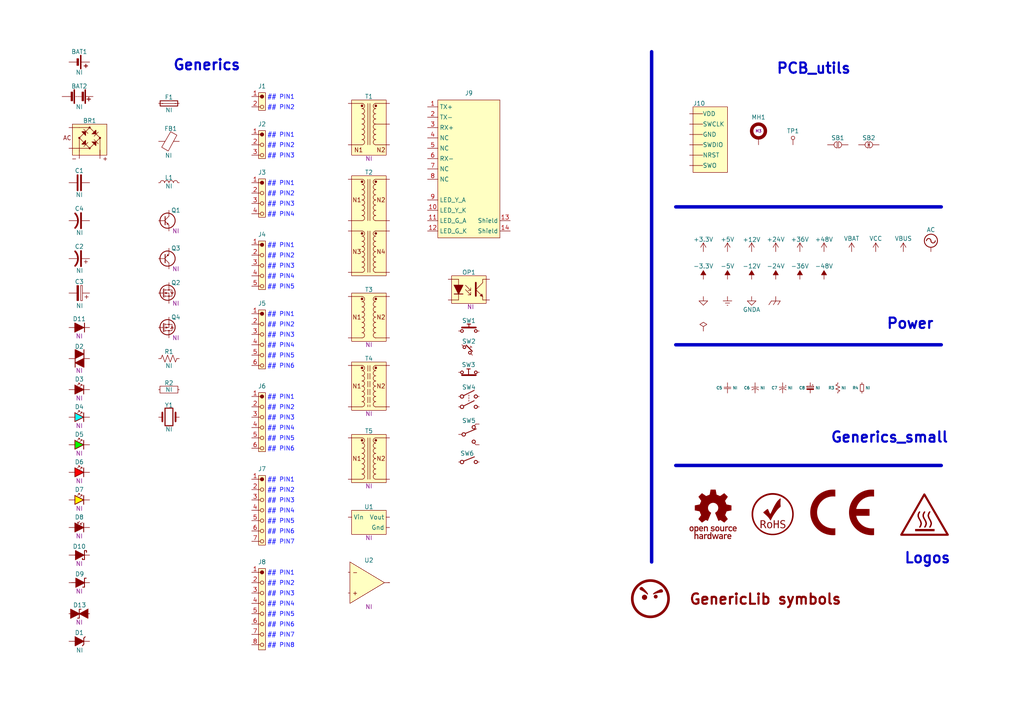
<source format=kicad_sch>
(kicad_sch (version 20231120) (generator "eeschema") (generator_version "8.0")
  (paper "A4")
  (lib_symbols
    (symbol "Generiques:BAT" (pin_numbers hide) (pin_names (offset 0) hide)
      (property "Reference" "BAT" (at 3 3 0))
      (property "Value" "NI" (at 3 -3 0))
      (symbol "BAT_1_1"
        (pin passive line (at 0 0 0) (length 2.2) (name "N") (number "N"))
        (pin passive line (at 6 0 180) (length 2.4) (name "P") (number "P"))
      )
    )
    (symbol "Generiques:BAT_Multicell" (pin_numbers hide) (pin_names (offset 0) hide)
      (property "Reference" "BAT" (at 5 3 0))
      (property "Value" "NI" (at 5 -3 0))
      (symbol "BAT_Multicell_1_1"
        (pin passive line (at 0 0 0) (length 2.54) (name "N") (number "N"))
        (pin passive line (at 9 0 180) (length 2.1) (name "P") (number "P"))
      )
    )
    (symbol "Generiques:BR" (pin_numbers hide) (pin_names hide)
      (property "Reference" "BR" (at 6 2 0))
      (symbol "BR_1_0"
        (pin unspecified line (at 0 0 0) (length 3) (name "AC") (number "1"))
        (pin unspecified line (at 0 -6 0) (length 2.5) (name "AC") (number "2"))
        (pin unspecified line (at 9 -9 90) (length 2.5) (name "DC_P") (number "3"))
        (pin unspecified line (at 3 -8.96 90) (length 2.5) (name "DC_N") (number "4"))
      )
      (symbol "BR_1_1"
        (text "+" (at 10.5 -9 0) (effects (font (size 1.25 1.25))))
        (text "-" (at 1.5 -9 0) (effects (font (size 1.25 1.25))))
        (text "AC" (at -0.5 -3 0) (effects (font (size 1.25 1.25))))
      )
    )
    (symbol "Generiques:C" (pin_numbers hide) (pin_names (offset 0) hide)
      (property "Reference" "C" (at 3 3.5 0))
      (property "Value" "NI" (at 3 -3.5 0))
      (symbol "C_1_1"
        (pin passive line (at 0 0 0) (length 2.5) (name "1") (number "1"))
        (pin passive line (at 6 0 180) (length 2.5) (name "2") (number "2"))
      )
    )
    (symbol "Generiques:C_Polarized" (pin_numbers hide) (pin_names (offset 0) hide)
      (property "Reference" "C" (at 3 3.5 0))
      (property "Value" "NI" (at 3.1 -3.5 0))
      (symbol "C_Polarized_1_1"
        (pin passive line (at 0 0 0) (length 2.7) (name "N") (number "N"))
        (pin passive line (at 6 0 180) (length 2.4) (name "P") (number "P"))
      )
    )
    (symbol "Generiques:C_Polarized_alt" (pin_numbers hide) (pin_names (offset 0) hide)
      (property "Reference" "C" (at 3 3.3 0))
      (property "Value" "NI" (at 3.1 -3.7 0))
      (symbol "C_Polarized_alt_1_1"
        (pin passive line (at 0 0 0) (length 2.2) (name "N") (number "N"))
        (pin passive line (at 6 0 180) (length 2) (name "P") (number "P"))
      )
    )
    (symbol "Generiques:C_alt" (pin_numbers hide) (pin_names (offset 0) hide)
      (property "Reference" "C" (at 3 3.5 0))
      (property "Value" "NI" (at 3.1 -3.5 0))
      (symbol "C_alt_1_1"
        (pin passive line (at 0 0 0) (length 2.7) (name "1") (number "1"))
        (pin passive line (at 6 0 180) (length 2.4) (name "2") (number "2"))
      )
    )
    (symbol "Generiques:D" (pin_numbers hide) (pin_names (offset 0) hide)
      (property "Reference" "D" (at 3 2.5 0))
      (property "Part#" "NI" (at 3 -2.5 0))
      (symbol "D_1_1"
        (pin passive line (at 6 0 180) (length 2.54) (name "K") (number "1"))
        (pin passive line (at 0 0 0) (length 2.54) (name "A") (number "2"))
      )
    )
    (symbol "Generiques:DIAC" (pin_numbers hide) (pin_names (offset 0) hide)
      (property "Reference" "D" (at 3 3.5 0))
      (property "Part#" "NI" (at 3 -3.5 0))
      (symbol "DIAC_1_1"
        (pin passive line (at 0 0 0) (length 1.9) (name "A1") (number "1"))
        (pin passive line (at 6 0 180) (length 1.7) (name "A2") (number "2"))
      )
    )
    (symbol "Generiques:D_LED" (pin_numbers hide) (pin_names (offset 0) hide)
      (property "Reference" "D" (at 3 3 0))
      (property "Part#" "NI" (at 3 -2.5 0))
      (symbol "D_LED_1_1"
        (pin passive line (at 6 0 180) (length 2.54) (name "K") (number "1"))
        (pin passive line (at 0 0 0) (length 2.54) (name "A") (number "2"))
      )
    )
    (symbol "Generiques:D_LED_blue" (pin_numbers hide) (pin_names (offset 0) hide)
      (property "Reference" "D" (at 3 3 0))
      (property "Part#" "NI" (at 3 -2.5 0))
      (symbol "D_LED_blue_1_1"
        (pin passive line (at 6 0 180) (length 1.7) (name "K") (number "1"))
        (pin passive line (at 0 0 0) (length 1.7) (name "A") (number "2"))
      )
    )
    (symbol "Generiques:D_LED_green" (pin_numbers hide) (pin_names (offset 0) hide)
      (property "Reference" "D" (at 3 3 0))
      (property "Part#" "NI" (at 3 -2.5 0))
      (symbol "D_LED_green_1_1"
        (pin passive line (at 6 0 180) (length 1.7) (name "K") (number "1"))
        (pin passive line (at 0 0 0) (length 1.7) (name "A") (number "2"))
      )
    )
    (symbol "Generiques:D_LED_red" (pin_numbers hide) (pin_names (offset 0) hide)
      (property "Reference" "D" (at 3 3 0))
      (property "Part#" "NI" (at 3 -2.5 0))
      (symbol "D_LED_red_1_1"
        (pin passive line (at 6 0 180) (length 1.7) (name "K") (number "1"))
        (pin passive line (at 0 0 0) (length 1.7) (name "A") (number "2"))
      )
    )
    (symbol "Generiques:D_LED_yellow" (pin_numbers hide) (pin_names (offset 0) hide)
      (property "Reference" "D" (at 3 3 0))
      (property "Part#" "NI" (at 3 -2.5 0))
      (symbol "D_LED_yellow_1_1"
        (pin passive line (at 6 0 180) (length 1.7) (name "K") (number "1"))
        (pin passive line (at 0 0 0) (length 1.7) (name "A") (number "2"))
      )
    )
    (symbol "Generiques:D_Photo" (pin_numbers hide) (pin_names (offset 0) hide)
      (property "Reference" "D" (at 3 3 0))
      (property "Part#" "NI" (at 3 -2.5 0))
      (symbol "D_Photo_1_1"
        (pin passive line (at 6 0 180) (length 2.54) (name "K") (number "1"))
        (pin passive line (at 0 0 0) (length 2.54) (name "A") (number "2"))
      )
    )
    (symbol "Generiques:D_Schottky" (pin_numbers hide) (pin_names (offset 0) hide)
      (property "Reference" "D" (at 3 2.5 0))
      (property "Part#" "NI" (at 3 -2.5 0))
      (symbol "D_Schottky_1_1"
        (pin passive line (at 6 0 180) (length 2.6) (name "K") (number "1"))
        (pin passive line (at 0 0 0) (length 2.54) (name "A") (number "2"))
      )
    )
    (symbol "Generiques:D_TVS" (pin_numbers hide) (pin_names (offset 1.016) hide)
      (property "Reference" "D" (at 3.1 2.5 0))
      (property "Part#" "NI" (at 3 -2.5 0))
      (symbol "D_TVS_1_1"
        (pin passive line (at 0 0 0) (length 2.54) (name "A") (number "A"))
        (pin passive line (at 6 0 180) (length 2.54) (name "K") (number "K"))
      )
    )
    (symbol "Generiques:D_TVS_bidir" (pin_numbers hide) (pin_names (offset 1.016) hide)
      (property "Reference" "D" (at 3.1 2.5 0))
      (property "Part#" "NI" (at 3 -2.5 0))
      (symbol "D_TVS_bidir_1_1"
        (pin passive line (at 0 0 0) (length 2.54) (name "A1") (number "1"))
        (pin passive line (at 6 0 180) (length 2.54) (name "A2") (number "2"))
      )
    )
    (symbol "Generiques:D_Zener" (pin_numbers hide) (pin_names (offset 0) hide)
      (property "Reference" "D" (at 3 2.5 0))
      (property "Value" "NI" (at 3.1 -2.6 0))
      (symbol "D_Zener_1_1"
        (pin passive line (at 6 0 180) (length 2.54) (name "K") (number "1"))
        (pin passive line (at 0 0 0) (length 2.54) (name "A") (number "2"))
      )
    )
    (symbol "Generiques:F" (pin_numbers hide) (pin_names (offset 0) hide)
      (property "Reference" "F" (at 3 1.8 0))
      (property "Value" "NI" (at 3 -1.9 0))
      (symbol "F_1_1"
        (pin passive line (at 0 0 0) (length 1.27) (name "1") (number "1"))
        (pin passive line (at 6 0 180) (length 1.27) (name "2") (number "2"))
      )
    )
    (symbol "Generiques:FB" (pin_numbers hide) (pin_names (offset 0) hide)
      (property "Reference" "FB" (at 3.5 3.7 0))
      (property "Value" "NI" (at 2.9 -4.1 0))
      (symbol "FB_1_1"
        (pin passive line (at 6 0 180) (length 1.65) (name "~") (number "1"))
        (pin passive line (at 0 0 0) (length 1.85) (name "~") (number "2"))
      )
    )
    (symbol "Generiques:J_Connector_1x2" (pin_names (offset 0) hide)
      (property "Reference" "J" (at 3 3 0))
      (property "PIN_01" "## PIN1" (at 4.5 0 0))
      (property "PIN_02" "## PIN2" (at 4.5 -3 0))
      (symbol "J_Connector_1x2_1_1"
        (pin passive line (at 0 0 0) (length 2) (name "1") (number "1"))
        (pin passive line (at 0 -3 0) (length 2) (name "2") (number "2"))
      )
    )
    (symbol "Generiques:J_Connector_1x3" (pin_names (offset 0) hide)
      (property "Reference" "J" (at 3 3 0))
      (property "PIN_01" "## PIN1" (at 4.5 0 0))
      (property "PIN_02" "## PIN2" (at 4.5 -3 0))
      (property "PIN_03" "## PIN3" (at 4.5 -6 0))
      (symbol "J_Connector_1x3_1_1"
        (pin passive line (at 0 0 0) (length 2) (name "1") (number "1"))
        (pin passive line (at 0 -3 0) (length 2) (name "2") (number "2"))
        (pin passive line (at 0 -6 0) (length 2) (name "3") (number "3"))
      )
    )
    (symbol "Generiques:J_Connector_1x4" (pin_names (offset 0) hide)
      (property "Reference" "J" (at 3 3 0))
      (property "PIN_01" "## PIN1" (at 4.5 0 0))
      (property "PIN_02" "## PIN2" (at 4.5 -3 0))
      (property "PIN_03" "## PIN3" (at 4.5 -6 0))
      (property "PIN_04" "## PIN4" (at 4.5 -9 0))
      (symbol "J_Connector_1x4_1_1"
        (pin passive line (at 0 0 0) (length 2) (name "1") (number "1"))
        (pin passive line (at 0 -3 0) (length 2) (name "2") (number "2"))
        (pin passive line (at 0 -6 0) (length 2) (name "3") (number "3"))
        (pin passive line (at 0 -9 0) (length 2) (name "4") (number "4"))
      )
    )
    (symbol "Generiques:J_Connector_1x5" (pin_names (offset 0) hide)
      (property "Reference" "J" (at 3 3 0))
      (property "PIN_01" "## PIN1" (at 4.5 0 0))
      (property "PIN_02" "## PIN2" (at 4.5 -3 0))
      (property "PIN_03" "## PIN3" (at 4.5 -6 0))
      (property "PIN_04" "## PIN4" (at 4.5 -9 0))
      (property "PIN_05" "## PIN5" (at 4.5 -12 0))
      (symbol "J_Connector_1x5_1_1"
        (pin passive line (at 0 0 0) (length 2) (name "1") (number "1"))
        (pin passive line (at 0 -3 0) (length 2) (name "2") (number "2"))
        (pin passive line (at 0 -6 0) (length 2) (name "3") (number "3"))
        (pin passive line (at 0 -9 0) (length 2) (name "4") (number "4"))
        (pin passive line (at 0 -12 0) (length 2) (name "5") (number "5"))
      )
    )
    (symbol "Generiques:J_Connector_1x6" (pin_names (offset 0) hide)
      (property "Reference" "J" (at 3 3 0))
      (property "PIN_01" "## PIN1" (at 4.5 0 0))
      (property "PIN_02" "## PIN2" (at 4.5 -3 0))
      (property "PIN_03" "## PIN3" (at 4.5 -6 0))
      (property "PIN_04" "## PIN4" (at 4.5 -9 0))
      (property "PIN_05" "## PIN5" (at 4.5 -12 0))
      (property "PIN_06" "## PIN6" (at 4.5 -15 0))
      (symbol "J_Connector_1x6_1_1"
        (pin passive line (at 0 0 0) (length 2) (name "1") (number "1"))
        (pin passive line (at 0 -3 0) (length 2) (name "2") (number "2"))
        (pin passive line (at 0 -6 0) (length 2) (name "3") (number "3"))
        (pin passive line (at 0 -9 0) (length 2) (name "4") (number "4"))
        (pin passive line (at 0 -12 0) (length 2) (name "5") (number "5"))
        (pin passive line (at 0 -15 0) (length 2) (name "6") (number "6"))
      )
    )
    (symbol "Generiques:J_Connector_1x7" (pin_names (offset 0) hide)
      (property "Reference" "J" (at 3 3 0))
      (property "PIN_01" "## PIN1" (at 4.5 0 0))
      (property "PIN_02" "## PIN2" (at 4.5 -3 0))
      (property "PIN_03" "## PIN3" (at 4.5 -6 0))
      (property "PIN_04" "## PIN4" (at 4.5 -9 0))
      (property "PIN_05" "## PIN5" (at 4.5 -12 0))
      (property "PIN_06" "## PIN6" (at 4.5 -15 0))
      (property "PIN_07" "## PIN7" (at 4.5 -18 0))
      (symbol "J_Connector_1x7_1_1"
        (pin passive line (at 0 0 0) (length 2) (name "1") (number "1"))
        (pin passive line (at 0 -3 0) (length 2) (name "2") (number "2"))
        (pin passive line (at 0 -6 0) (length 2) (name "3") (number "3"))
        (pin passive line (at 0 -9 0) (length 2) (name "4") (number "4"))
        (pin passive line (at 0 -12 0) (length 2) (name "5") (number "5"))
        (pin passive line (at 0 -15 0) (length 2) (name "6") (number "6"))
        (pin passive line (at 0 -18 0) (length 2) (name "7") (number "7"))
      )
    )
    (symbol "Generiques:J_Connector_1x8" (pin_names (offset 0) hide)
      (property "Reference" "J" (at 3 3 0))
      (property "PIN_01" "## PIN1" (at 4.5 0 0))
      (property "PIN_02" "## PIN2" (at 4.5 -3 0))
      (property "PIN_03" "## PIN3" (at 4.5 -6 0))
      (property "PIN_04" "## PIN4" (at 4.5 -9 0))
      (property "PIN_05" "## PIN5" (at 4.5 -12 0))
      (property "PIN_06" "## PIN6" (at 4.5 -15 0))
      (property "PIN_07" "## PIN7" (at 4.5 -18 0))
      (property "PIN_08" "## PIN8" (at 4.5 -21 0))
      (symbol "J_Connector_1x8_1_1"
        (pin passive line (at 0 0 0) (length 2) (name "1") (number "1"))
        (pin passive line (at 0 -3 0) (length 2) (name "2") (number "2"))
        (pin passive line (at 0 -6 0) (length 2) (name "3") (number "3"))
        (pin passive line (at 0 -9 0) (length 2) (name "4") (number "4"))
        (pin passive line (at 0 -12 0) (length 2) (name "5") (number "5"))
        (pin passive line (at 0 -15 0) (length 2) (name "6") (number "6"))
        (pin passive line (at 0 -18 0) (length 2) (name "7") (number "7"))
        (pin passive line (at 0 -21 0) (length 2) (name "8") (number "8"))
      )
    )
    (symbol "Generiques:J_RJ45_w_Leds"
      (property "Reference" "J" (at 12 4 0))
      (symbol "J_RJ45_w_Leds_1_1"
        (pin passive line (at 0 0 0) (length 3) (name "TX+") (number "1"))
        (pin passive line (at 0 -30 0) (length 3) (name "LED_Y_K") (number "10"))
        (pin passive line (at 0 -33 0) (length 3) (name "LED_G_A") (number "11"))
        (pin passive line (at 0 -36 0) (length 3) (name "LED_G_K") (number "12"))
        (pin passive line (at 24 -33 180) (length 3) (name "Shield") (number "13"))
        (pin passive line (at 24 -36 180) (length 3) (name "Shield") (number "14"))
        (pin passive line (at 0 -3 0) (length 3) (name "TX-") (number "2"))
        (pin passive line (at 0 -6 0) (length 3) (name "RX+") (number "3"))
        (pin passive line (at 0 -9 0) (length 3) (name "NC") (number "4"))
        (pin passive line (at 0 -12 0) (length 3) (name "NC") (number "5"))
        (pin passive line (at 0 -15 0) (length 3) (name "RX-") (number "6"))
        (pin passive line (at 0 -18 0) (length 3) (name "NC") (number "7"))
        (pin passive line (at 0 -21 0) (length 3) (name "NC") (number "8"))
        (pin passive line (at 0 -27 0) (length 3) (name "LED_Y_A") (number "9"))
      )
    )
    (symbol "Generiques:L" (pin_numbers hide) (pin_names (offset 0) hide)
      (property "Reference" "L" (at 3 1.5 0))
      (property "Value" "NI" (at 3 -1 0))
      (symbol "L_1_1"
        (pin passive line (at 0 0 0) (length 0.4) (name "1") (number "1"))
        (pin passive line (at 6 0 180) (length 0.4) (name "2") (number "2"))
      )
    )
    (symbol "Generiques:OP" (pin_numbers hide) (pin_names (offset 0) hide)
      (property "Reference" "OP" (at 6 2 0))
      (property "Part#" "NI" (at 6.5 -8 0))
      (symbol "OP_1_1"
        (pin passive line (at 0 0 0) (length 3) (name "A") (number "A"))
        (pin passive line (at 12 0 180) (length 2) (name "C") (number "C"))
        (pin passive line (at 12 -6 180) (length 2) (name "E") (number "E"))
        (pin passive line (at 0 -6 0) (length 3) (name "K") (number "K"))
      )
    )
    (symbol "Generiques:Q_BJT_NPN" (pin_numbers hide) (pin_names (offset 0) hide)
      (property "Reference" "Q" (at 5 3 0))
      (property "Part#" "NI" (at 5 -3 0))
      (symbol "Q_BJT_NPN_1_1"
        (pin input line (at 0 0 0) (length 1.9) (name "B") (number "B"))
        (pin passive line (at 3 3 270) (length 1.7) (name "C") (number "C"))
        (pin passive line (at 3 -3 90) (length 1.7) (name "E") (number "E"))
      )
    )
    (symbol "Generiques:Q_BJT_PNP" (pin_numbers hide) (pin_names (offset 0) hide)
      (property "Reference" "Q" (at 5 3 0))
      (property "Part#" "NI" (at 5 -3 0))
      (symbol "Q_BJT_PNP_1_1"
        (pin input line (at 0 0 0) (length 1.9) (name "B") (number "B"))
        (pin passive line (at 3 -3 90) (length 1.7) (name "C") (number "C"))
        (pin passive line (at 3 3 270) (length 1.7) (name "E") (number "E"))
      )
    )
    (symbol "Generiques:Q_MOSFET_N" (pin_numbers hide) (pin_names (offset 0) hide)
      (property "Reference" "Q" (at 5 3 0))
      (property "Part#" "NI" (at 5 -3 0))
      (symbol "Q_MOSFET_N_1_1"
        (pin passive line (at 3 3 270) (length 2.1) (name "D") (number "D"))
        (pin input line (at 0 0 0) (length 1.4) (name "G") (number "G"))
        (pin passive line (at 3 -3 90) (length 2.1) (name "S") (number "S"))
      )
    )
    (symbol "Generiques:Q_MOSFET_P" (pin_numbers hide) (pin_names (offset 0) hide)
      (property "Reference" "Q" (at 5 3 0))
      (property "Part#" "NI" (at 5 -3 0))
      (symbol "Q_MOSFET_P_1_1"
        (pin passive line (at 3 3 270) (length 2.1) (name "D") (number "D"))
        (pin input line (at 0 0 0) (length 1.4) (name "G") (number "G"))
        (pin passive line (at 3 -3 90) (length 2.1) (name "S") (number "S"))
      )
    )
    (symbol "Generiques:R" (pin_numbers hide) (pin_names (offset 0) hide)
      (property "Reference" "R" (at 3 2 0))
      (property "Value" "NI" (at 3 -2.1 0))
      (symbol "R_1_1"
        (pin passive line (at 0 0 0) (length 0.7) (name "1") (number "1"))
        (pin passive line (at 6 0 180) (length 0.7) (name "1") (number "2"))
      )
    )
    (symbol "Generiques:R_alt" (pin_numbers hide) (pin_names (offset 0) hide)
      (property "Reference" "R" (at 3 1.9 0))
      (property "Value" "NI" (at 3 0 0))
      (symbol "R_alt_1_1"
        (pin passive line (at 0 0 0) (length 0.4) (name "1") (number "1"))
        (pin passive line (at 6 0 180) (length 0.4) (name "1") (number "2"))
      )
    )
    (symbol "Generiques:SW_PushButton" (pin_numbers hide) (pin_names (offset 0) hide)
      (property "Reference" "SW" (at 3 3 0))
      (symbol "SW_PushButton_1_1"
        (pin passive line (at 0 0 0) (length 0.6) (name "1") (number "1"))
        (pin passive line (at 6 0 180) (length 0.6) (name "2") (number "2"))
      )
    )
    (symbol "Generiques:SW_PushButton_45deg" (pin_numbers hide) (pin_names (offset 0) hide)
      (property "Reference" "SW" (at 2 1 0))
      (symbol "SW_PushButton_45deg_0_1"
        (pin passive line (at 0 0 0) (length 0) (name "1") (number "1"))
      )
      (symbol "SW_PushButton_45deg_1_1"
        (pin passive line (at 3 -3 180) (length 0) (name "2") (number "2"))
      )
    )
    (symbol "Generiques:SW_PushButton_Open" (pin_numbers hide) (pin_names (offset 1.016) hide)
      (property "Reference" "SW" (at 2.9 2.2 0))
      (symbol "SW_PushButton_Open_1_1"
        (pin passive line (at 0 0 0) (length 0.6) (name "1") (number "1"))
        (pin passive line (at 6 0 180) (length 0.6) (name "2") (number "2"))
      )
    )
    (symbol "Generiques:SW_Switch_DPST" (pin_numbers hide) (pin_names (offset 0) hide)
      (property "Reference" "SW" (at 3 2.7 0))
      (symbol "SW_Switch_DPST_1_1"
        (pin passive line (at 0 0 0) (length 0.5) (name "A") (number "1"))
        (pin passive line (at 6 0 180) (length 0.5) (name "B") (number "2"))
        (pin passive line (at 0 -3 0) (length 0.5) (name "C") (number "3"))
        (pin passive line (at 6 -3 180) (length 0.5) (name "D") (number "4"))
      )
    )
    (symbol "Generiques:SW_Switch_SPDT" (pin_numbers hide) (pin_names (offset 0) hide)
      (property "Reference" "SW" (at 3 4 0))
      (symbol "SW_Switch_SPDT_1_1"
        (pin passive line (at 6 3 180) (length 1) (name "A") (number "1"))
        (pin passive line (at 0 0 0) (length 1) (name "B") (number "2"))
        (pin passive line (at 6 -3 180) (length 1) (name "C") (number "3"))
      )
    )
    (symbol "Generiques:SW_Switch_SPST" (pin_numbers hide) (pin_names (offset 0) hide)
      (property "Reference" "SW" (at 2.5 2.5 0))
      (symbol "SW_Switch_SPST_1_1"
        (pin passive line (at 0 0 0) (length 0.5) (name "A") (number "1"))
        (pin passive line (at 6 0 180) (length 0.5) (name "B") (number "2"))
      )
    )
    (symbol "Generiques:T_CT_Iron" (pin_numbers hide) (pin_names (offset 0) hide)
      (property "Reference" "T" (at 6 2 0))
      (property "Part#" "NI" (at 6 -16 0))
      (symbol "T_CT_Iron_1_1"
        (text "N1" (at 3 -13.5 0) (effects (font (size 1.25 1.25))))
        (text "N2" (at 9.5 -13.5 0) (effects (font (size 1.25 1.25))))
        (pin passive line (at 0 0 0) (length 1) (name "N1-1") (number "N1-1"))
        (pin passive line (at 0 -12 0) (length 1) (name "N1-2") (number "N1-2"))
        (pin passive line (at 12 0 180) (length 1) (name "N2-1") (number "N2-1"))
        (pin passive line (at 12 -12 180) (length 1) (name "N2-2") (number "N2-2"))
        (pin passive line (at 12 -6 180) (length 1) (name "N2-CT") (number "N2-CT"))
      )
    )
    (symbol "Generiques:T_Dual_Iron" (pin_numbers hide) (pin_names (offset 0) hide)
      (property "Reference" "T" (at 6 2 0))
      (symbol "T_Dual_Iron_1_1"
        (text "N1" (at 2.5 -6 0) (effects (font (size 1.25 1.25))))
        (text "N2" (at 9.5 -6 0) (effects (font (size 1.25 1.25))))
        (text "N3" (at 2.5 -21 0) (effects (font (size 1.25 1.25))))
        (text "N4" (at 9.5 -21 0) (effects (font (size 1.25 1.25))))
        (pin passive line (at 0 0 0) (length 1) (name "N1-1") (number "N1-1"))
        (pin passive line (at 0 -12 0) (length 1) (name "N1-2") (number "N1-2"))
        (pin passive line (at 12 0 180) (length 1) (name "N2-1") (number "N2-1"))
        (pin passive line (at 12 -12 180) (length 1) (name "N2-2") (number "N2-2"))
        (pin passive line (at 0 -15 0) (length 1) (name "N3-1") (number "N3-1"))
        (pin passive line (at 0 -27 0) (length 1) (name "N3-2") (number "N3-2"))
        (pin passive line (at 12 -15 180) (length 1) (name "N4-1") (number "N4-1"))
        (pin passive line (at 12 -27 180) (length 1) (name "N4-2") (number "N4-2"))
      )
    )
    (symbol "Generiques:T_Simple_Air" (pin_numbers hide) (pin_names (offset 0) hide)
      (property "Reference" "T" (at 6 2 0))
      (property "Part#" "NI" (at 6 -14 0))
      (symbol "T_Simple_Air_1_1"
        (text "N1" (at 2.5 -6 0) (effects (font (size 1.25 1.25))))
        (text "N2" (at 9.5 -6 0) (effects (font (size 1.25 1.25))))
        (pin passive line (at 0 0 0) (length 1) (name "N1-1") (number "N1-1"))
        (pin passive line (at 0 -12 0) (length 1) (name "N1-2") (number "N1-2"))
        (pin passive line (at 12 0 180) (length 1) (name "N2-1") (number "N2-1"))
        (pin passive line (at 12 -12 180) (length 1) (name "N2-2") (number "N2-2"))
      )
    )
    (symbol "Generiques:T_Simple_Ferrite" (pin_numbers hide) (pin_names (offset 0) hide)
      (property "Reference" "T" (at 6 2 0))
      (property "Part#" "NI" (at 6 -14 0))
      (symbol "T_Simple_Ferrite_1_1"
        (text "N1" (at 2.5 -6 0) (effects (font (size 1.25 1.25))))
        (text "N2" (at 9.5 -6 0) (effects (font (size 1.25 1.25))))
        (pin passive line (at 0 0 0) (length 1) (name "N1-1") (number "N1-1"))
        (pin passive line (at 0 -12 0) (length 1) (name "N1-2") (number "N1-2"))
        (pin passive line (at 12 0 180) (length 1) (name "N2-1") (number "N2-1"))
        (pin passive line (at 12 -12 180) (length 1) (name "N2-2") (number "N2-2"))
      )
    )
    (symbol "Generiques:T_Simple_Iron" (pin_numbers hide) (pin_names (offset 0) hide)
      (property "Reference" "T" (at 6 2 0))
      (property "Part#" "NI" (at 6 -14 0))
      (symbol "T_Simple_Iron_1_1"
        (text "N1" (at 2.5 -6 0) (effects (font (size 1.25 1.25))))
        (text "N2" (at 9.5 -6 0) (effects (font (size 1.25 1.25))))
        (pin passive line (at 0 0 0) (length 1) (name "N1-1") (number "N1-1"))
        (pin passive line (at 0 -12 0) (length 1) (name "N1-2") (number "N1-2"))
        (pin passive line (at 12 0 180) (length 1) (name "N2-1") (number "N2-1"))
        (pin passive line (at 12 -12 180) (length 1) (name "N2-2") (number "N2-2"))
      )
    )
    (symbol "Generiques:U_LDO_Fixed" (pin_numbers hide)
      (property "Reference" "U" (at 6 3 0))
      (property "Part#" "NI" (at 6 -6 0))
      (symbol "U_LDO_Fixed_1_1"
        (pin passive line (at 12 -3 180) (length 1) (name "Gnd") (number "Gnd"))
        (pin power_in line (at 0 0 0) (length 1) (name "Vin") (number "Vin"))
        (pin power_out line (at 12 0 180) (length 1) (name "Vout") (number "Vout"))
      )
    )
    (symbol "Generiques:U_OPAMP" (pin_numbers hide) (pin_names (offset 0) hide)
      (property "Reference" "U" (at 6 3.5 0))
      (property "Part#" "NI" (at 6 -10 0))
      (symbol "U_OPAMP_1_1"
        (text "+" (at 2 -6 0) (effects (font (size 1.25 1.25))))
        (text "-" (at 2 0 0) (effects (font (size 1.25 1.25))))
        (pin input line (at 0 -6 0) (length 0.5) (name "Vin+") (number "Vin+"))
        (pin input line (at 0 0 0) (length 0.5) (name "Vin-") (number "Vin-"))
        (pin output line (at 12 -3 180) (length 0.5) (name "Vout") (number "Vout"))
      )
    )
    (symbol "Generiques:Y" (pin_numbers hide) (pin_names (offset 0) hide)
      (property "Reference" "Y" (at 3 3.5 0))
      (property "Value" "NI" (at 3 -3.5 0))
      (symbol "Y_1_1"
        (pin passive line (at 0 0 0) (length 1.27) (name "1") (number "1"))
        (pin passive line (at 6 0 180) (length 1.27) (name "2") (number "2"))
      )
    )
    (symbol "Generiques_small:C_" (pin_numbers hide) (pin_names (offset 0) hide)
      (property "Reference" "C" (at -1.5 -1.5 0))
      (property "Value" "NI" (at 1.5 -1.5 0))
      (symbol "C__1_1"
        (pin passive line (at 0 0 270) (length 1.3) (name "1") (number "1"))
        (pin passive line (at 0 -3 90) (length 1.3) (name "1") (number "2"))
      )
    )
    (symbol "Generiques_small:C_Polarized_" (pin_numbers hide) (pin_names (offset 0) hide)
      (property "Reference" "C" (at -1.5 -1.5 0))
      (property "Value" "NI" (at 1.5 -1.5 0))
      (symbol "C_Polarized__1_1"
        (text "+" (at 0.9 -0.8 0) (effects (font (size 0.4 0.4))))
        (pin passive line (at 0 -3 90) (length 1.3) (name "N") (number "N"))
        (pin passive line (at 0 0 270) (length 1.3) (name "P") (number "P"))
      )
    )
    (symbol "Generiques_small:C_Polarized_alt_" (pin_numbers hide) (pin_names (offset 0) hide)
      (property "Reference" "C" (at -1.5 -1.5 0))
      (property "Value" "NI" (at 1.5 -1.5 0))
      (symbol "C_Polarized_alt__1_1"
        (text "+" (at 0.7 -0.6 0) (effects (font (size 0.4 0.4))))
        (pin passive line (at 0 -3 90) (length 1.1) (name "N") (number "N"))
        (pin passive line (at 0 0 270) (length 1) (name "P") (number "P"))
      )
    )
    (symbol "Generiques_small:C_alt_" (pin_numbers hide) (pin_names (offset 0) hide)
      (property "Reference" "C" (at -1.5 -1.5 0))
      (property "Value" "NI" (at 1.5 -1.5 0))
      (symbol "C_alt__1_1"
        (pin passive line (at 0 0 270) (length 1.3) (name "1") (number "1"))
        (pin passive line (at 0 -3 90) (length 1.3) (name "2") (number "2"))
      )
    )
    (symbol "Generiques_small:R_" (pin_numbers hide) (pin_names (offset 0) hide)
      (property "Reference" "R" (at -1 -1.5 0))
      (property "Value" "NI" (at 1 -1.5 0))
      (symbol "R__1_1"
        (pin passive line (at 0 0 270) (length 0) (name "1") (number "1"))
        (pin passive line (at 0 -3 90) (length 0) (name "1") (number "2"))
      )
    )
    (symbol "Generiques_small:R_alt_" (pin_numbers hide) (pin_names (offset 0) hide)
      (property "Reference" "R" (at -1 -1.5 0))
      (property "Value" "NI" (at 1 -1.5 0))
      (symbol "R_alt__1_1"
        (pin passive line (at 0 0 270) (length 0) (name "1") (number "1"))
        (pin passive line (at 0 -3 90) (length 0) (name "1") (number "2"))
      )
    )
    (symbol "Logos:Logo_CE" (pin_numbers hide) (pin_names (offset 0) hide) (in_bom no))
    (symbol "Logos:Logo_ISO_7010_W017" (pin_numbers hide) (pin_names (offset 0) hide) (in_bom no))
    (symbol "Logos:Logo_OpenHW" (pin_numbers hide) (pin_names (offset 0) hide) (in_bom no))
    (symbol "Logos:Logo_RoHS" (pin_numbers hide) (pin_names (offset 0) hide) (in_bom no))
    (symbol "Logos:Rancune")
    (symbol "PCB_Utils:J_SWD" (pin_numbers hide) (pin_names (offset 0.002))
      (property "Reference" "J" (at 1 3 0))
      (symbol "J_SWD_1_1"
        (pin passive line (at 0 0 0) (length 3.8) (name "VDD") (number "1"))
        (pin passive line (at 0 -3 0) (length 3.8) (name "SWCLK") (number "2"))
        (pin passive line (at 0 -6 0) (length 3.8) (name "GND") (number "3"))
        (pin passive line (at 0.01 -9 0) (length 3.8) (name "SWDIO") (number "4"))
        (pin passive line (at 0 -12 0) (length 3.8) (name "NRST") (number "5"))
        (pin passive line (at 0 -15 0) (length 3.8) (name "SWO") (number "6"))
      )
    )
    (symbol "PCB_Utils:MH_M3" (pin_numbers hide) (pin_names (offset 0) hide) (in_bom no)
      (property "Reference" "MH" (at 0 8 0))
      (property "Screw_size" "M3" (at 0 4 0))
      (symbol "MH_M3_1_1"
        (pin input line (at 0 0 90) (length 2) (name "1") (number "1"))
      )
    )
    (symbol "PCB_Utils:SB_Closed" (pin_numbers hide) (pin_names (offset 0) hide) (in_bom no)
      (property "Reference" "SB" (at 3 2 0))
      (symbol "SB_Closed_1_1"
        (pin passive line (at 0 0 0) (length 1.9) (name "1") (number "1"))
        (pin passive line (at 6 0 180) (length 1.9) (name "2") (number "2"))
      )
    )
    (symbol "PCB_Utils:SB_Open" (pin_numbers hide) (pin_names (offset 0) hide) (in_bom no)
      (property "Reference" "SB" (at 3 2 0))
      (symbol "SB_Open_1_1"
        (pin passive line (at 0 0 0) (length 1.9) (name "1") (number "1"))
        (pin passive line (at 6 0 180) (length 1.9) (name "2") (number "2"))
      )
    )
    (symbol "PCB_Utils:TP" (pin_numbers hide) (pin_names (offset 0) hide) (in_bom no)
      (property "Reference" "TP" (at 0 4 0))
      (symbol "TP_1_1"
        (pin input line (at 0 0 90) (length 1.5) (name "1") (number "1"))
      )
    )
    (symbol "Power:+12V" (power) (pin_numbers hide) (pin_names (offset 0) hide)
      (property "Value" "+12V" (at 0 3.5 0))
      (symbol "+12V_1_1"
        (pin power_in line (at 0 0 90) (length 0) hide (name "+12V") (number "1"))
      )
    )
    (symbol "Power:+24V" (power) (pin_numbers hide) (pin_names (offset 0) hide)
      (property "Value" "+24V" (at 0 3.556 0))
      (symbol "+24V_1_1"
        (pin power_in line (at 0 0 90) (length 0) hide (name "+24V") (number "1"))
      )
    )
    (symbol "Power:+3.3V" (power) (pin_numbers hide) (pin_names (offset 0) hide)
      (property "Value" "+3.3V" (at 0 3.556 0))
      (symbol "+3.3V_1_1"
        (pin power_in line (at 0 0 90) (length 0) hide (name "+3.3V") (number "1"))
      )
    )
    (symbol "Power:+36V" (power) (pin_numbers hide) (pin_names (offset 0) hide)
      (property "Value" "+36V" (at 0 3.556 0))
      (symbol "+36V_1_1"
        (pin power_in line (at 0 0 90) (length 0) hide (name "+36V") (number "1"))
      )
    )
    (symbol "Power:+48V" (power) (pin_numbers hide) (pin_names (offset 0) hide)
      (property "Value" "+48V" (at 0 3.556 0))
      (symbol "+48V_1_1"
        (pin power_in line (at 0 0 90) (length 0) hide (name "+48V") (number "1"))
      )
    )
    (symbol "Power:+5V" (power) (pin_numbers hide) (pin_names (offset 0) hide)
      (property "Value" "+5V" (at 0 3.556 0))
      (symbol "+5V_1_1"
        (pin power_in line (at 0 0 90) (length 0) hide (name "+5V") (number "1"))
      )
    )
    (symbol "Power:-12V" (power) (pin_numbers hide) (pin_names (offset 0) hide)
      (property "Value" "-12V" (at 0 3.81 0))
      (symbol "-12V_1_0"
        (pin power_in line (at 0 0 90) (length 0) hide (name "-12V") (number "1"))
      )
    )
    (symbol "Power:-24V" (power) (pin_numbers hide) (pin_names (offset 0) hide)
      (property "Value" "-24V" (at 0 3.81 0))
      (symbol "-24V_1_0"
        (pin power_in line (at 0 0 90) (length 0) hide (name "-24V") (number "1"))
      )
    )
    (symbol "Power:-3.3V" (power) (pin_numbers hide) (pin_names (offset 0) hide)
      (property "Value" "-3.3V" (at 0 3.81 0))
      (symbol "-3.3V_1_0"
        (pin power_in line (at 0 0 90) (length 0) hide (name "-3.3V") (number "1"))
      )
    )
    (symbol "Power:-36V" (power) (pin_numbers hide) (pin_names (offset 0) hide)
      (property "Value" "-36V" (at 0 3.81 0))
      (symbol "-36V_1_0"
        (pin power_in line (at 0 0 90) (length 0) hide (name "-36V") (number "1"))
      )
    )
    (symbol "Power:-48V" (power) (pin_numbers hide) (pin_names (offset 0) hide)
      (property "Value" "-48V" (at 0 3.81 0))
      (symbol "-48V_1_0"
        (pin power_in line (at 0 0 90) (length 0) hide (name "-48V") (number "1"))
      )
    )
    (symbol "Power:-5V" (power) (pin_numbers hide) (pin_names (offset 0) hide)
      (property "Value" "-5V" (at 0 3.81 0))
      (symbol "-5V_1_0"
        (pin power_in line (at 0 0 90) (length 0) hide (name "-5V") (number "1"))
      )
    )
    (symbol "Power:AC" (power) (pin_numbers hide) (pin_names (offset 0) hide)
      (property "Value" "AC" (at 0 6.35 0))
      (symbol "AC_1_1"
        (pin power_in line (at 0 0 90) (length 0) hide (name "AC") (number "1"))
      )
    )
    (symbol "Power:Earth" (power) (pin_numbers hide) (pin_names (offset 0) hide)
      (symbol "Earth_1_1"
        (pin power_in line (at 0 0 270) (length 0) hide (name "Earth") (number "1"))
      )
    )
    (symbol "Power:GND" (power) (pin_numbers hide) (pin_names (offset 0) hide)
      (symbol "GND_1_1"
        (pin power_in line (at 0 0 270) (length 0) hide (name "GND") (number "1"))
      )
    )
    (symbol "Power:GNDA" (power) (pin_numbers hide) (pin_names (offset 0) hide)
      (property "Value" "GNDA" (at 0 -3.81 0))
      (symbol "GNDA_1_1"
        (pin power_in line (at 0 0 270) (length 0) hide (name "GNDA") (number "1"))
      )
    )
    (symbol "Power:GND_CHASSIS" (power) (pin_numbers hide) (pin_names (offset 0) hide)
      (symbol "GND_CHASSIS_1_1"
        (pin power_in line (at 0 0 270) (length 0) hide (name "CHASSIS") (number "1"))
      )
    )
    (symbol "Power:PWR_FLAG" (power) (pin_numbers hide) (pin_names (offset 0) hide)
      (symbol "PWR_FLAG_1_0"
        (pin power_out line (at 0 0 90) (length 0) (name "pwr") (number "1"))
      )
    )
    (symbol "Power:VBAT" (power) (pin_numbers hide) (pin_names (offset 0) hide)
      (property "Value" "VBAT" (at 0 3.81 0))
      (symbol "VBAT_1_1"
        (pin power_in line (at 0 0 90) (length 0) hide (name "VBAT") (number "1"))
      )
    )
    (symbol "Power:VBUS" (power) (pin_numbers hide) (pin_names (offset 0) hide)
      (property "Value" "VBUS" (at 0 3.81 0))
      (symbol "VBUS_1_1"
        (pin power_in line (at 0 0 90) (length 0) hide (name "VBUS") (number "1"))
      )
    )
    (symbol "Power:VCC" (power) (pin_numbers hide) (pin_names (offset 0) hide)
      (property "Value" "VCC" (at 0 3.81 0))
      (symbol "VCC_1_1"
        (pin power_in line (at 0 0 90) (length 0) hide (name "VCC") (number "1"))
      )
    )
  )
  (polyline (pts (xy 189 15) (xy 189 163)) (stroke (width 1)))
  (polyline (pts (xy 196 100) (xy 273 100)) (stroke (width 1)))
  (polyline (pts (xy 196 135) (xy 273 135)) (stroke (width 1)))
  (polyline (pts (xy 196 60) (xy 273 60)) (stroke (width 1)))
  (text "Generics_small" (at 258 127 0) (effects (font (size 3 3) (thickness 0.6) (bold yes))))
  (text "GenericLib symbols" (at 222 174 0) (effects (font (size 3 3) (thickness 0.6) (bold yes))))
  (text "Generics" (at 60 19 0) (effects (font (size 3 3) (thickness 0.6) (bold yes))))
  (text "Logos" (at 269 162 0) (effects (font (size 3 3) (thickness 0.6) (bold yes))))
  (text "Power" (at 264 94 0) (effects (font (size 3 3) (thickness 0.6) (bold yes))))
  (text "PCB_utils\n" (at 236 20 0) (effects (font (size 3 3) (thickness 0.6) (bold yes))))
  (symbol (lib_id "Generiques:J_Connector_1x6") (at 73 91 0) (unit 1)
    (property "Reference" "J5" (at 76 88 0) (effects (font (size 1.25 1.25))))
    (property "Description" "Header 1x6" (effects (hide yes)))
    (property "PIN_01" "## PIN1" (at 77.5 91 0) (effects (font (size 1.25 1.25)) (justify left)))
    (property "PIN_02" "## PIN2" (at 77.5 94 0) (effects (font (size 1.25 1.25)) (justify left)))
    (property "PIN_03" "## PIN3" (at 77.5 97 0) (effects (font (size 1.25 1.25)) (justify left)))
    (property "PIN_04" "## PIN4" (at 77.5 100 0) (effects (font (size 1.25 1.25)) (justify left)))
    (property "PIN_05" "## PIN5" (at 77.5 103 0) (effects (font (size 1.25 1.25)) (justify left)))
    (property "PIN_06" "## PIN6" (at 77.5 106 0) (effects (font (size 1.25 1.25)) (justify left)))
  )
  (symbol (lib_id "Generiques:BAT") (at 20 18 0) (unit 1)
    (property "Reference" "BAT1" (at 23 15 0) (effects (font (size 1.25 1.25))))
    (property "Value" "NI" (at 23 21 0) (effects (font (size 1.25 1.25))))
    (property "Description" "Single-cell battery" (effects (hide yes)))
  )
  (symbol (lib_id "Generiques:U_OPAMP") (at 101 166 0) (unit 1)
    (property "Reference" "U2" (at 107 162.5 0) (effects (font (size 1.25 1.25))))
    (property "Description" "Operational amplifier" (effects (hide yes)))
    (property "Part#" "NI" (at 107 176 0) (effects (font (size 1.25 1.25))))
  )
  (symbol (lib_id "Generiques:BAT_Multicell") (at 18 28 0) (unit 1)
    (property "Reference" "BAT2" (at 23 25 0) (effects (font (size 1.25 1.25))))
    (property "Value" "NI" (at 23 31 0) (effects (font (size 1.25 1.25))))
    (property "Description" "Multiple-cell battery" (effects (hide yes)))
  )
  (symbol (lib_id "Logos:Logo_CE") (at 235 142 0) (unit 1) (in_bom no)
    (property "Reference" "Logo3" (effects (hide yes)))
  )
  (symbol (lib_id "Generiques:BR") (at 20 37 0) (unit 1)
    (property "Reference" "BR1" (at 26 35 0) (effects (font (size 1.25 1.25))))
    (property "Description" "Full bridge rectifier" (effects (hide yes)))
  )
  (symbol (lib_id "Power:VBAT") (at 247 73 0) (unit 1)
    (property "Reference" "#PWR18" (effects (hide yes)))
    (property "Value" "VBAT" (at 247 69.19 0) (effects (font (size 1.25 1.25))))
    (property "Description" "Power symbol creates a global label with name \"VBAT\"" (effects (hide yes)))
  )
  (symbol (lib_id "Generiques:J_Connector_1x8") (at 73 166 0) (unit 1)
    (property "Reference" "J8" (at 76 163 0) (effects (font (size 1.25 1.25))))
    (property "Description" "Header 1x8" (effects (hide yes)))
    (property "PIN_01" "## PIN1" (at 77.5 166 0) (effects (font (size 1.25 1.25)) (justify left)))
    (property "PIN_02" "## PIN2" (at 77.5 169 0) (effects (font (size 1.25 1.25)) (justify left)))
    (property "PIN_03" "## PIN3" (at 77.5 172 0) (effects (font (size 1.25 1.25)) (justify left)))
    (property "PIN_04" "## PIN4" (at 77.5 175 0) (effects (font (size 1.25 1.25)) (justify left)))
    (property "PIN_05" "## PIN5" (at 77.5 178 0) (effects (font (size 1.25 1.25)) (justify left)))
    (property "PIN_06" "## PIN6" (at 77.5 181 0) (effects (font (size 1.25 1.25)) (justify left)))
    (property "PIN_07" "## PIN7" (at 77.5 184 0) (effects (font (size 1.25 1.25)) (justify left)))
    (property "PIN_08" "## PIN8" (at 77.5 187 0) (effects (font (size 1.25 1.25)) (justify left)))
  )
  (symbol (lib_id "Generiques:D_LED") (at 20 113 0) (unit 1)
    (property "Reference" "D3" (at 23 110 0) (effects (font (size 1.25 1.25))))
    (property "Description" "Light emitting diode" (effects (hide yes)))
    (property "Part#" "NI" (at 23 115.5 0) (effects (font (size 1.25 1.25))))
  )
  (symbol (lib_id "PCB_Utils:J_SWD") (at 200 33 0) (unit 1)
    (property "Reference" "J10" (at 201 30 0) (effects (font (size 1.25 1.25)) (justify left)))
    (property "Description" "Programing header for STM32" (effects (hide yes)))
  )
  (symbol (lib_id "Generiques_small:C_") (at 211 111 0) (unit 1)
    (property "Reference" "C5" (at 209.5 112.5 0) (effects (font (size 0.825 0.825)) (justify right)))
    (property "Value" "NI" (at 212.5 112.5 0) (effects (font (size 0.825 0.825)) (justify left)))
    (property "Description" "Unpolarized capacitor" (effects (hide yes)))
  )
  (symbol (lib_id "Generiques_small:C_Polarized_alt_") (at 235 111 0) (unit 1)
    (property "Reference" "C8" (at 233.5 112.5 0) (effects (font (size 0.825 0.825)) (justify right)))
    (property "Value" "NI" (at 236.5 112.5 0) (effects (font (size 0.825 0.825)) (justify left)))
    (property "Description" "Polarized capacitor (alt)" (effects (hide yes)))
  )
  (symbol (lib_id "Generiques:T_Simple_Iron") (at 101 127 0) (unit 1)
    (property "Reference" "T5" (at 107 125 0) (effects (font (size 1.25 1.25))))
    (property "Description" "Transformer - Iron Core" (effects (hide yes)))
    (property "Part#" "NI" (at 107 141 0) (effects (font (size 1.25 1.25))))
  )
  (symbol (lib_id "Generiques:L") (at 46 53 0) (unit 1)
    (property "Reference" "L1" (at 49 51.5 0) (effects (font (size 1.25 1.25))))
    (property "Value" "NI" (at 49 54 0) (effects (font (size 1.25 1.25))))
    (property "Description" "Inductor" (effects (hide yes)))
  )
  (symbol (lib_id "PCB_Utils:MH_M3") (at 220 42 0) (unit 1) (in_bom no)
    (property "Reference" "MH1" (at 220 34 0) (effects (font (size 1.25 1.25))))
    (property "Footprint" "PCB_Utils:MH_M3" (effects (hide yes)))
    (property "Description" "M3 Mounting Hole with connection" (effects (hide yes)))
    (property "Screw_size" "M3" (at 220 38 0) (effects (font (size 0.8 0.8))))
  )
  (symbol (lib_id "Generiques:D_TVS") (at 20 169 0) (unit 1)
    (property "Reference" "D9" (at 23.1 166.5 0) (effects (font (size 1.25 1.25))))
    (property "Description" "Transient-voltage-suppression diode" (effects (hide yes)))
    (property "Part#" "NI" (at 23 171.5 0) (effects (font (size 1.25 1.25))))
  )
  (symbol (lib_id "Power:+24V") (at 225 73 0) (unit 1)
    (property "Reference" "#PWR4" (effects (hide yes)))
    (property "Value" "+24V" (at 225 69.444 0))
    (property "Description" "Power symbol creates a global label with name \"+24V\"" (effects (hide yes)))
  )
  (symbol (lib_id "Generiques:Q_BJT_NPN") (at 46 64 0) (unit 1)
    (property "Reference" "Q1" (at 51 61 0) (effects (font (size 1.25 1.25))))
    (property "Description" "NPN transistor" (effects (hide yes)))
    (property "Part#" "NI" (at 51 67 0) (effects (font (size 1.25 1.25))))
  )
  (symbol (lib_id "Power:AC") (at 270 73 0) (unit 1)
    (property "Reference" "#PWR13" (effects (hide yes)))
    (property "Value" "AC" (at 270 66.65 0) (effects (font (size 1.25 1.25))))
    (property "Description" "Power symbol creates a global label with name \"AC\"" (effects (hide yes)))
  )
  (symbol (lib_id "Generiques:D_Zener") (at 20 186 0) (unit 1)
    (property "Reference" "D1" (at 23 183.5 0) (effects (font (size 1.25 1.25))))
    (property "Value" "NI" (at 23.1 188.6 0) (effects (font (size 1.25 1.25))))
    (property "Description" "Zener diode" (effects (hide yes)))
  )
  (symbol (lib_id "Generiques:FB") (at 46 41 0) (unit 1)
    (property "Reference" "FB1" (at 49.5 37.3 0) (effects (font (size 1.25 1.25))))
    (property "Value" "NI" (at 48.9 45.1 0) (effects (font (size 1.25 1.25))))
    (property "Description" "Ferrite bead" (effects (hide yes)))
  )
  (symbol (lib_id "PCB_Utils:SB_Open") (at 240 42 0) (unit 1) (in_bom no)
    (property "Reference" "SB1" (at 243 40 0) (effects (font (size 1.25 1.25))))
    (property "Description" "Solder bridge (open)" (effects (hide yes)))
  )
  (symbol (lib_id "Generiques_small:R_") (at 243 111 0) (unit 1)
    (property "Reference" "R3" (at 242 112.5 0) (effects (font (size 0.825 0.825)) (justify right)))
    (property "Value" "NI" (at 244 112.5 0) (effects (font (size 0.825 0.825)) (justify left)))
    (property "Description" "Resistor" (effects (hide yes)))
  )
  (symbol (lib_id "Power:+5V") (at 211 73 0) (unit 1)
    (property "Reference" "#PWR2" (effects (hide yes)))
    (property "Value" "+5V" (at 211 69.444 0) (effects (font (size 1.25 1.25))))
    (property "Description" "Power symbol creates a global label with name \"+5V\"" (effects (hide yes)))
  )
  (symbol (lib_id "Generiques:U_LDO_Fixed") (at 101 150 0) (unit 1)
    (property "Reference" "U1" (at 107 147 0) (effects (font (size 1.25 1.25))))
    (property "Description" "LDO - Fixed Output" (effects (hide yes)))
    (property "Part#" "NI" (at 107 156 0) (effects (font (size 1.25 1.25))))
  )
  (symbol (lib_id "Generiques:T_Dual_Iron") (at 101 52 0) (unit 1)
    (property "Reference" "T2" (at 107 50 0) (effects (font (size 1.25 1.25))))
    (property "Description" "Dual Transformer - Iron core" (effects (hide yes)))
  )
  (symbol (lib_id "Power:+36V") (at 232 73 0) (unit 1)
    (property "Reference" "#PWR5" (effects (hide yes)))
    (property "Value" "+36V" (at 232 69.444 0))
    (property "Description" "Power symbol creates a global label with name \"+36V\"" (effects (hide yes)))
  )
  (symbol (lib_id "Generiques:R_alt") (at 46 113 0) (unit 1)
    (property "Reference" "R2" (at 49 111.1 0) (effects (font (size 1.25 1.25))))
    (property "Value" "NI" (at 49 113 0) (effects (font (size 1.25 1.25))))
    (property "Description" "Resistor" (effects (hide yes)))
  )
  (symbol (lib_id "Generiques:C_Polarized") (at 20 75 0) (unit 1)
    (property "Reference" "C2" (at 23 71.5 0) (effects (font (size 1.25 1.25))))
    (property "Value" "NI" (at 23.1 78.5 0) (effects (font (size 1.25 1.25))))
    (property "Description" "Polarized capacitor" (effects (hide yes)))
  )
  (symbol (lib_id "Generiques:J_RJ45_w_Leds") (at 124 31 0) (unit 1)
    (property "Reference" "J9" (at 136 27 0) (effects (font (size 1.25 1.25))))
    (property "Description" "RJ45 Connector with Y and G Leds / 100M + 1G" (effects (hide yes)))
  )
  (symbol (lib_id "Logos:Logo_ISO_7010_W017") (at 261 143 0) (unit 1) (in_bom no)
    (property "Reference" "Logo4" (effects (hide yes)))
  )
  (symbol (lib_id "Power:+12V") (at 218 73 0) (unit 1)
    (property "Reference" "#PWR3" (effects (hide yes)))
    (property "Value" "+12V" (at 218 69.5 0) (effects (font (size 1.25 1.25))))
    (property "Description" "Power symbol creates a global label with name \"+12V\"" (effects (hide yes)))
  )
  (symbol (lib_id "Generiques:SW_PushButton") (at 133 96 0) (unit 1)
    (property "Reference" "SW1" (at 136 93 0) (effects (font (size 1.25 1.25))))
    (property "Description" "Push button switch, generic, two pins" (effects (hide yes)))
  )
  (symbol (lib_id "PCB_Utils:TP") (at 230 42 0) (unit 1) (in_bom no)
    (property "Reference" "TP1" (at 230 38 0) (effects (font (size 1.25 1.25))))
    (property "Description" "Test point" (effects (hide yes)))
  )
  (symbol (lib_id "Generiques:J_Connector_1x7") (at 73 139 0) (unit 1)
    (property "Reference" "J7" (at 76 136 0) (effects (font (size 1.25 1.25))))
    (property "Description" "Header 1x7" (effects (hide yes)))
    (property "PIN_01" "## PIN1" (at 77.5 139 0) (effects (font (size 1.25 1.25)) (justify left)))
    (property "PIN_02" "## PIN2" (at 77.5 142 0) (effects (font (size 1.25 1.25)) (justify left)))
    (property "PIN_03" "## PIN3" (at 77.5 145 0) (effects (font (size 1.25 1.25)) (justify left)))
    (property "PIN_04" "## PIN4" (at 77.5 148 0) (effects (font (size 1.25 1.25)) (justify left)))
    (property "PIN_05" "## PIN5" (at 77.5 151 0) (effects (font (size 1.25 1.25)) (justify left)))
    (property "PIN_06" "## PIN6" (at 77.5 154 0) (effects (font (size 1.25 1.25)) (justify left)))
    (property "PIN_07" "## PIN7" (at 77.5 157 0) (effects (font (size 1.25 1.25)) (justify left)))
  )
  (symbol (lib_id "Generiques:D_LED_yellow") (at 20 145 0) (unit 1)
    (property "Reference" "D7" (at 23 142 0) (effects (font (size 1.25 1.25))))
    (property "Description" "Light emitting diode [Yellow]" (effects (hide yes)))
    (property "Part#" "NI" (at 23 147.5 0) (effects (font (size 1.25 1.25))))
  )
  (symbol (lib_id "Generiques:D_LED_red") (at 20 137 0) (unit 1)
    (property "Reference" "D6" (at 23 134 0) (effects (font (size 1.25 1.25))))
    (property "Description" "Light emitting diode [Red]" (effects (hide yes)))
    (property "Part#" "NI" (at 23 139.5 0) (effects (font (size 1.25 1.25))))
  )
  (symbol (lib_id "Generiques:SW_PushButton_Open") (at 133 108 0) (unit 1)
    (property "Reference" "SW3" (at 135.9 105.8 0) (effects (font (size 1.25 1.25))))
    (property "Description" "Push button switch, push-to-open, generic, two pins" (effects (hide yes)))
  )
  (symbol (lib_id "Generiques:T_Simple_Air") (at 101 86 0) (unit 1)
    (property "Reference" "T3" (at 107 84 0) (effects (font (size 1.25 1.25))))
    (property "Description" "Transformer - Air Core" (effects (hide yes)))
    (property "Part#" "NI" (at 107 100 0) (effects (font (size 1.25 1.25))))
  )
  (symbol (lib_id "Power:VBUS") (at 262 73 0) (unit 1)
    (property "Reference" "#PWR19" (effects (hide yes)))
    (property "Value" "VBUS" (at 262 69.19 0) (effects (font (size 1.25 1.25))))
    (property "Description" "Power symbol creates a global label with name \"VBUS\"" (effects (hide yes)))
  )
  (symbol (lib_id "Generiques:D_Photo") (at 20 153 0) (unit 1)
    (property "Reference" "D8" (at 23 150 0) (effects (font (size 1.25 1.25))))
    (property "Description" "Photodiode" (effects (hide yes)))
    (property "Part#" "NI" (at 23 155.5 0) (effects (font (size 1.25 1.25))))
  )
  (symbol (lib_id "Generiques:SW_Switch_DPST") (at 133 115 0) (unit 1)
    (property "Reference" "SW4" (at 136 112.3 0) (effects (font (size 1.25 1.25))))
    (property "Description" "Switch - Double Pole Single Throw (DPST) " (effects (hide yes)))
  )
  (symbol (lib_id "Generiques:J_Connector_1x5") (at 73 71 0) (unit 1)
    (property "Reference" "J4" (at 76 68 0) (effects (font (size 1.25 1.25))))
    (property "Description" "Header 1x5" (effects (hide yes)))
    (property "PIN_01" "## PIN1" (at 77.5 71 0) (effects (font (size 1.25 1.25)) (justify left)))
    (property "PIN_02" "## PIN2" (at 77.5 74 0) (effects (font (size 1.25 1.25)) (justify left)))
    (property "PIN_03" "## PIN3" (at 77.5 77 0) (effects (font (size 1.25 1.25)) (justify left)))
    (property "PIN_04" "## PIN4" (at 77.5 80 0) (effects (font (size 1.25 1.25)) (justify left)))
    (property "PIN_05" "## PIN5" (at 77.5 83 0) (effects (font (size 1.25 1.25)) (justify left)))
  )
  (symbol (lib_id "Generiques_small:R_alt_") (at 250 111 0) (unit 1)
    (property "Reference" "R4" (at 249 112.5 0) (effects (font (size 0.825 0.825)) (justify right)))
    (property "Value" "NI" (at 251 112.5 0) (effects (font (size 0.825 0.825)) (justify left)))
    (property "Description" "Resistor" (effects (hide yes)))
  )
  (symbol (lib_id "Power:GND_CHASSIS") (at 225 86 0) (unit 1)
    (property "Reference" "#PWR17" (effects (hide yes)))
    (property "Value" "GND_CHASSIS" (effects (hide yes)))
    (property "Description" "Power symbol creates a global label with name \"CHASSIS\" " (effects (hide yes)))
  )
  (symbol (lib_id "PCB_Utils:SB_Closed") (at 249 42 0) (unit 1) (in_bom no)
    (property "Reference" "SB2" (at 252 40 0) (effects (font (size 1.25 1.25))))
    (property "Description" "Solder bridge (closed)" (effects (hide yes)))
  )
  (symbol (lib_id "Generiques:SW_PushButton_45deg") (at 134 100 0) (unit 1)
    (property "Reference" "SW2" (at 136 99 0) (effects (font (size 1.25 1.25))))
    (property "Description" "Push button switch, normally open, two pins, 45° tilted" (effects (hide yes)))
  )
  (symbol (lib_id "Generiques:Y") (at 46 121 0) (unit 1)
    (property "Reference" "Y1" (at 49 117.5 0) (effects (font (size 1.25 1.25))))
    (property "Value" "NI" (at 49 124.5 0) (effects (font (size 1.25 1.25))))
    (property "Description" "Two pin crystal" (effects (hide yes)))
  )
  (symbol (lib_id "Generiques:C_alt") (at 20 64 0) (unit 1)
    (property "Reference" "C4" (at 23 60.5 0) (effects (font (size 1.25 1.25))))
    (property "Value" "NI" (at 23.1 67.5 0) (effects (font (size 1.25 1.25))))
    (property "Description" "Unpolarized capacitor (alt)" (effects (hide yes)))
  )
  (symbol (lib_id "Generiques:C_Polarized_alt") (at 20 85 0) (unit 1)
    (property "Reference" "C3" (at 23 81.7 0) (effects (font (size 1.25 1.25))))
    (property "Value" "NI" (at 23.1 88.7 0) (effects (font (size 1.25 1.25))))
    (property "Description" "Polarized capacitor" (effects (hide yes)))
  )
  (symbol (lib_id "Power:VCC") (at 254 73 0) (unit 1)
    (property "Reference" "#PWR20" (effects (hide yes)))
    (property "Value" "VCC" (at 254 69.19 0) (effects (font (size 1.25 1.25))))
    (property "Description" "Power symbol creates a global label with name \"VCC\"" (effects (hide yes)))
  )
  (symbol (lib_id "Generiques_small:C_alt_") (at 219 111 0) (unit 1)
    (property "Reference" "C6" (at 217.5 112.5 0) (effects (font (size 0.825 0.825)) (justify right)))
    (property "Value" "NI" (at 220.5 112.5 0) (effects (font (size 0.825 0.825)) (justify left)))
    (property "Description" "Unpolarized capacitor (alt)" (effects (hide yes)))
  )
  (symbol (lib_id "Power:PWR_FLAG") (at 204 96 0) (unit 1)
    (property "Reference" "#FLG1" (effects (hide yes)))
    (property "Value" "PWR_FLAG" (effects (hide yes)))
    (property "Description" "Kicad strange way of managing power input/output pins" (effects (hide yes)))
  )
  (symbol (lib_id "Logos:Logo_RoHS") (at 218 143 0) (unit 1) (in_bom no)
    (property "Reference" "Logo2" (effects (hide yes)))
  )
  (symbol (lib_id "Generiques:C") (at 20 53 0) (unit 1)
    (property "Reference" "C1" (at 23 49.5 0) (effects (font (size 1.25 1.25))))
    (property "Value" "NI" (at 23 56.5 0) (effects (font (size 1.25 1.25))))
    (property "Description" "Unpolarized capacitor" (effects (hide yes)))
  )
  (symbol (lib_id "Generiques:SW_Switch_SPST") (at 133 134 0) (unit 1)
    (property "Reference" "SW6" (at 135.5 131.5 0) (effects (font (size 1.25 1.25))))
    (property "Description" "Switch - Single Pole Single Throw (SPST) " (effects (hide yes)))
  )
  (symbol (lib_id "Power:-3.3V") (at 204 81 0) (unit 1)
    (property "Reference" "#PWR7" (effects (hide yes)))
    (property "Value" "-3.3V" (at 204 77.19 0))
    (property "Description" "Power symbol creates a global label with name \"-3V3\"" (effects (hide yes)))
  )
  (symbol (lib_id "Generiques:J_Connector_1x2") (at 73 28 0) (unit 1)
    (property "Reference" "J1" (at 76 25 0) (effects (font (size 1.25 1.25))))
    (property "Description" "Header 1x2" (effects (hide yes)))
    (property "PIN_01" "## PIN1" (at 77.5 28 0) (effects (font (size 1.25 1.25)) (justify left)))
    (property "PIN_02" "## PIN2" (at 77.5 31 0) (effects (font (size 1.25 1.25)) (justify left)))
  )
  (symbol (lib_id "Generiques:Q_MOSFET_P") (at 46 95 0) (unit 1)
    (property "Reference" "Q4" (at 51 92 0) (effects (font (size 1.25 1.25))))
    (property "Description" "P-MOSFET" (effects (hide yes)))
    (property "Part#" "NI" (at 51 98 0) (effects (font (size 1.25 1.25))))
  )
  (symbol (lib_id "Generiques_small:C_Polarized_") (at 227 111 0) (unit 1)
    (property "Reference" "C7" (at 225.5 112.5 0) (effects (font (size 0.825 0.825)) (justify right)))
    (property "Value" "NI" (at 228.5 112.5 0) (effects (font (size 0.825 0.825)) (justify left)))
    (property "Description" "Polarized capacitor" (effects (hide yes)))
  )
  (symbol (lib_id "Generiques:Q_MOSFET_N") (at 46 85 0) (unit 1)
    (property "Reference" "Q2" (at 51 82 0) (effects (font (size 1.25 1.25))))
    (property "Description" "N-MOSFET" (effects (hide yes)))
    (property "Part#" "NI" (at 51 88 0) (effects (font (size 1.25 1.25))))
  )
  (symbol (lib_id "Power:Earth") (at 211 86 0) (unit 1)
    (property "Reference" "#PWR14" (effects (hide yes)))
    (property "Value" "Earth" (effects (hide yes)))
    (property "Description" "Power symbol creates a global label with name \"Earth\"" (effects (hide yes)))
  )
  (symbol (lib_id "Generiques:J_Connector_1x6") (at 73 115 0) (unit 1)
    (property "Reference" "J6" (at 76 112 0) (effects (font (size 1.25 1.25))))
    (property "Description" "Header 1x6" (effects (hide yes)))
    (property "PIN_01" "## PIN1" (at 77.5 115 0) (effects (font (size 1.25 1.25)) (justify left)))
    (property "PIN_02" "## PIN2" (at 77.5 118 0) (effects (font (size 1.25 1.25)) (justify left)))
    (property "PIN_03" "## PIN3" (at 77.5 121 0) (effects (font (size 1.25 1.25)) (justify left)))
    (property "PIN_04" "## PIN4" (at 77.5 124 0) (effects (font (size 1.25 1.25)) (justify left)))
    (property "PIN_05" "## PIN5" (at 77.5 127 0) (effects (font (size 1.25 1.25)) (justify left)))
    (property "PIN_06" "## PIN6" (at 77.5 130 0) (effects (font (size 1.25 1.25)) (justify left)))
  )
  (symbol (lib_id "Generiques:J_Connector_1x4") (at 73 53 0) (unit 1)
    (property "Reference" "J3" (at 76 50 0) (effects (font (size 1.25 1.25))))
    (property "Description" "Header 1x4" (effects (hide yes)))
    (property "PIN_01" "## PIN1" (at 77.5 53 0) (effects (font (size 1.25 1.25)) (justify left)))
    (property "PIN_02" "## PIN2" (at 77.5 56 0) (effects (font (size 1.25 1.25)) (justify left)))
    (property "PIN_03" "## PIN3" (at 77.5 59 0) (effects (font (size 1.25 1.25)) (justify left)))
    (property "PIN_04" "## PIN4" (at 77.5 62 0) (effects (font (size 1.25 1.25)) (justify left)))
  )
  (symbol (lib_id "Generiques:Q_BJT_PNP") (at 46 75 0) (unit 1)
    (property "Reference" "Q3" (at 51 72 0) (effects (font (size 1.25 1.25))))
    (property "Description" "PNP Transistor" (effects (hide yes)))
    (property "Part#" "NI" (at 51 78 0) (effects (font (size 1.25 1.25))))
  )
  (symbol (lib_id "Generiques:DIAC") (at 20 104 0) (unit 1)
    (property "Reference" "D2" (at 23 100.5 0) (effects (font (size 1.25 1.25))))
    (property "Description" "Diode for alternating current" (effects (hide yes)))
    (property "Part#" "NI" (at 23 107.5 0) (effects (font (size 1.25 1.25))))
  )
  (symbol (lib_id "Generiques:SW_Switch_SPDT") (at 133 126 0) (unit 1)
    (property "Reference" "SW5" (at 136 122 0) (effects (font (size 1.25 1.25))))
    (property "Description" "Switch - Single Pole Double Throw (SPDT)" (effects (hide yes)))
  )
  (symbol (lib_id "Generiques:D_TVS_bidir") (at 20 178 0) (unit 1)
    (property "Reference" "D13" (at 23.1 175.5 0) (effects (font (size 1.25 1.25))))
    (property "Description" "Bidirectional transient-voltage-suppression diode" (effects (hide yes)))
    (property "Part#" "NI" (at 23 180.5 0) (effects (font (size 1.25 1.25))))
  )
  (symbol (lib_id "Generiques:R") (at 46 104 0) (unit 1)
    (property "Reference" "R1" (at 49 102 0) (effects (font (size 1.25 1.25))))
    (property "Value" "NI" (at 49 106.1 0) (effects (font (size 1.25 1.25))))
    (property "Description" "Resistor" (effects (hide yes)))
  )
  (symbol (lib_id "Power:GNDA") (at 218 86 0) (unit 1)
    (property "Reference" "#PWR16" (effects (hide yes)))
    (property "Value" "GNDA" (at 218 89.81 0) (effects (font (size 1.25 1.25))))
    (property "Description" "Power symbol creates a global label with name \"GNDA\" " (effects (hide yes)))
  )
  (symbol (lib_id "Power:GND") (at 204 86 0) (unit 1)
    (property "Reference" "#PWR15" (effects (hide yes)))
    (property "Value" "GND" (effects (hide yes)))
    (property "Description" "Power symbol creates a global label with name \"GND\"" (effects (hide yes)))
  )
  (symbol (lib_id "Generiques:OP") (at 130 81 0) (unit 1)
    (property "Reference" "OP1" (at 136 79 0) (effects (font (size 1.25 1.25))))
    (property "Description" "Optocoupler" (effects (hide yes)))
    (property "Part#" "NI" (at 136.5 89 0) (effects (font (size 1.25 1.25))))
  )
  (symbol (lib_id "Generiques:D_Schottky") (at 20 161 0) (unit 1)
    (property "Reference" "D10" (at 23 158.5 0) (effects (font (size 1.25 1.25))))
    (property "Description" "Schottky diode" (effects (hide yes)))
    (property "Part#" "NI" (at 23 163.5 0) (effects (font (size 1.25 1.25))))
  )
  (symbol (lib_id "Power:-5V") (at 211 81 0) (unit 1)
    (property "Reference" "#PWR8" (effects (hide yes)))
    (property "Value" "-5V" (at 211 77.19 0))
    (property "Description" "Power symbol creates a global label with name \"-5V\"" (effects (hide yes)))
  )
  (symbol (lib_id "Generiques:D_LED_green") (at 20 129 0) (unit 1)
    (property "Reference" "D5" (at 23 126 0) (effects (font (size 1.25 1.25))))
    (property "Description" "Light emitting diode [Green]" (effects (hide yes)))
    (property "Part#" "NI" (at 23 131.5 0) (effects (font (size 1.25 1.25))))
  )
  (symbol (lib_id "Generiques:D_LED_blue") (at 20 121 0) (unit 1)
    (property "Reference" "D4" (at 23 118 0) (effects (font (size 1.25 1.25))))
    (property "Description" "Light emitting diode [Blue]" (effects (hide yes)))
    (property "Part#" "NI" (at 23 123.5 0) (effects (font (size 1.25 1.25))))
  )
  (symbol (lib_id "Logos:Logo_OpenHW") (at 200 142 0) (unit 1) (in_bom no)
    (property "Reference" "Logo1" (effects (hide yes)))
  )
  (symbol (lib_id "Power:-36V") (at 232 81 0) (unit 1)
    (property "Reference" "#PWR11" (effects (hide yes)))
    (property "Value" "-36V" (at 232 77.19 0))
    (property "Description" "Power symbol creates a global label with name \"-36V\"" (effects (hide yes)))
  )
  (symbol (lib_id "Generiques:T_CT_Iron") (at 101 30 0) (unit 1)
    (property "Reference" "T1" (at 107 28 0) (effects (font (size 1.25 1.25))))
    (property "Description" "Transformer - Center Tap on secondary - Iron Core" (effects (hide yes)))
    (property "Part#" "NI" (at 107 46 0) (effects (font (size 1.25 1.25))))
  )
  (symbol (lib_id "Power:+48V") (at 239 73 0) (unit 1)
    (property "Reference" "#PWR6" (effects (hide yes)))
    (property "Value" "+48V" (at 239 69.444 0))
    (property "Description" "Power symbol creates a global label with name \"+48V\"" (effects (hide yes)))
  )
  (symbol (lib_id "Generiques:D") (at 20 95 0) (unit 1)
    (property "Reference" "D11" (at 23 92.5 0) (effects (font (size 1.25 1.25))))
    (property "Description" "Diode" (effects (hide yes)))
    (property "Part#" "NI" (at 23 97.5 0) (effects (font (size 1.25 1.25))))
  )
  (symbol (lib_id "Power:-12V") (at 218 81 0) (unit 1)
    (property "Reference" "#PWR9" (effects (hide yes)))
    (property "Value" "-12V" (at 218 77.19 0))
    (property "Description" "Power symbol creates a global label with name \"-12V\"" (effects (hide yes)))
  )
  (symbol (lib_id "Power:+3.3V") (at 204 73 0) (unit 1)
    (property "Reference" "#PWR1" (effects (hide yes)))
    (property "Value" "+3.3V" (at 204 69.444 0) (effects (font (size 1.25 1.25))))
    (property "Description" "Power symbol creates a global label with name \"+3.3V\"" (effects (hide yes)))
  )
  (symbol (lib_id "Power:-24V") (at 225 81 0) (unit 1)
    (property "Reference" "#PWR10" (effects (hide yes)))
    (property "Value" "-24V" (at 225 77.19 0))
    (property "Description" "Power symbol creates a global label with name \"-24V\"" (effects (hide yes)))
  )
  (symbol (lib_id "Generiques:J_Connector_1x3") (at 73 39 0) (unit 1)
    (property "Reference" "J2" (at 76 36 0) (effects (font (size 1.25 1.25))))
    (property "Description" "Header 1x3" (effects (hide yes)))
    (property "PIN_01" "## PIN1" (at 77.5 39 0) (effects (font (size 1.25 1.25)) (justify left)))
    (property "PIN_02" "## PIN2" (at 77.5 42 0) (effects (font (size 1.25 1.25)) (justify left)))
    (property "PIN_03" "## PIN3" (at 77.5 45 0) (effects (font (size 1.25 1.25)) (justify left)))
  )
  (symbol (lib_id "Logos:Rancune") (at 183 168 0) (unit 1)
    (property "Reference" "L2" (effects (hide yes)))
  )
  (symbol (lib_id "Generiques:F") (at 46 30 0) (unit 1)
    (property "Reference" "F1" (at 49 28.2 0) (effects (font (size 1.25 1.25))))
    (property "Value" "NI" (at 49 31.9 0) (effects (font (size 1.25 1.25))))
    (property "Description" "Fuse" (effects (hide yes)))
  )
  (symbol (lib_id "Power:-48V") (at 239 81 0) (unit 1)
    (property "Reference" "#PWR12" (effects (hide yes)))
    (property "Value" "-48V" (at 239 77.19 0))
    (property "Description" "Power symbol creates a global label with name \"-48V\"" (effects (hide yes)))
  )
  (symbol (lib_id "Generiques:T_Simple_Ferrite") (at 101 106 0) (unit 1)
    (property "Reference" "T4" (at 107 104 0) (effects (font (size 1.25 1.25))))
    (property "Description" "Transformer - Ferrite Core" (effects (hide yes)))
    (property "Part#" "NI" (at 107 120 0) (effects (font (size 1.25 1.25))))
  )
)
</source>
